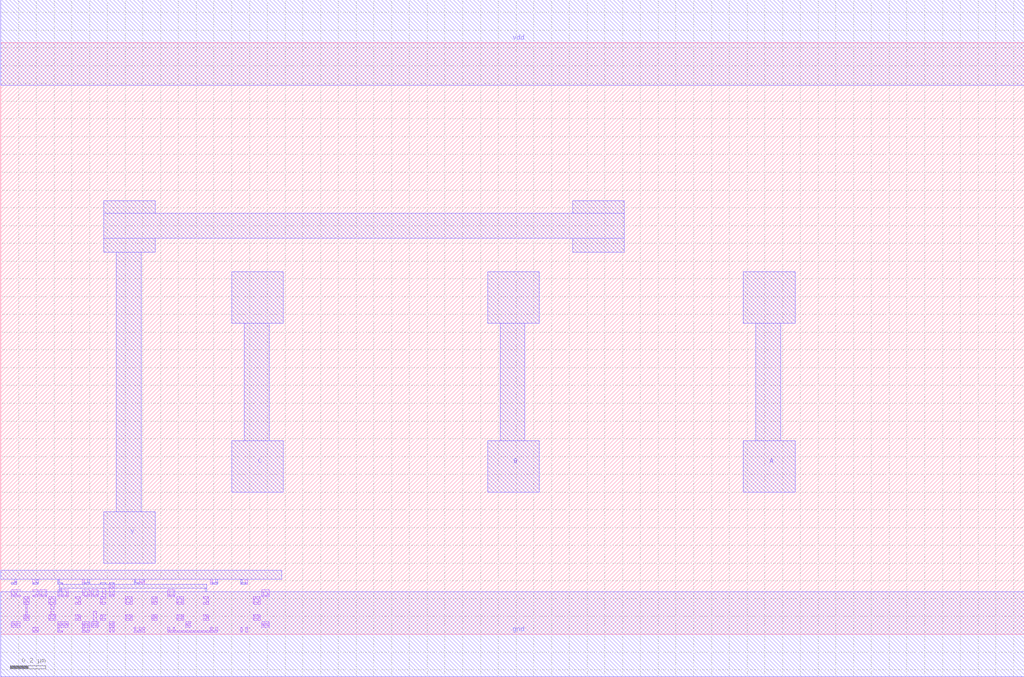
<source format=lef>
VERSION 5.7 ;
  NOWIREEXTENSIONATPIN ON ;
  DIVIDERCHAR "/" ;
  BUSBITCHARS "[]" ;
MACRO NAND3X1
  CLASS CORE ;
  FOREIGN NAND3X1 ;
  ORIGIN 0.000 0.000 ;
  SIZE 5.760 BY 3.330 ;
  SYMMETRY X Y R90 ;
  SITE unit ;
  PIN vdd
    DIRECTION INOUT ;
    USE POWER ;
    SHAPE ABUTMENT ;
    PORT
      LAYER met1 ;
        RECT 0.000 3.090 5.760 3.570 ;
    END
  END vdd
  PIN gnd
    DIRECTION INOUT ;
    USE GROUND ;
    SHAPE ABUTMENT ;
    PORT
      LAYER met1 ;
        RECT 0.000 0.310 1.580 0.360 ;
        RECT 0.080 0.290 0.090 0.310 ;
        RECT 0.200 0.290 0.210 0.310 ;
        RECT 0.060 0.280 0.090 0.290 ;
        RECT 0.180 0.280 0.210 0.290 ;
        RECT 0.320 0.290 0.330 0.310 ;
        RECT 0.490 0.290 0.500 0.310 ;
        RECT 0.750 0.290 0.760 0.310 ;
        RECT 0.800 0.300 0.810 0.310 ;
        RECT 1.210 0.290 1.220 0.310 ;
        RECT 0.320 0.280 0.350 0.290 ;
        RECT 0.470 0.280 0.500 0.290 ;
        RECT 0.560 0.280 0.590 0.290 ;
        RECT 0.610 0.280 0.640 0.290 ;
        RECT 0.750 0.280 0.780 0.290 ;
        RECT 1.190 0.280 1.220 0.290 ;
        RECT 1.350 0.290 1.360 0.310 ;
        RECT 1.350 0.280 1.380 0.290 ;
        RECT 0.330 0.260 1.160 0.280 ;
        RECT 0.330 0.240 0.340 0.260 ;
        RECT 1.150 0.240 1.160 0.260 ;
        RECT 0.000 -0.240 5.760 0.240 ;
    END
  END gnd
  PIN Y
    DIRECTION INOUT ;
    USE SIGNAL ;
    SHAPE ABUTMENT ;
    PORT
      LAYER met1 ;
        RECT 0.580 2.370 0.870 2.440 ;
        RECT 3.220 2.370 3.510 2.440 ;
        RECT 0.580 2.230 3.510 2.370 ;
        RECT 0.580 2.150 0.870 2.230 ;
        RECT 3.220 2.150 3.510 2.230 ;
        RECT 0.650 0.690 0.790 2.150 ;
        RECT 0.580 0.400 0.870 0.690 ;
    END
  END Y
  PIN A
    DIRECTION INOUT ;
    USE SIGNAL ;
    SHAPE ABUTMENT ;
    PORT
      LAYER met1 ;
        RECT 4.180 1.750 4.470 2.040 ;
        RECT 4.250 1.090 4.390 1.750 ;
        RECT 4.180 0.800 4.470 1.090 ;
    END
  END A
  PIN C
    DIRECTION INOUT ;
    USE SIGNAL ;
    SHAPE ABUTMENT ;
    PORT
      LAYER met1 ;
        RECT 1.300 1.750 1.590 2.040 ;
        RECT 1.370 1.090 1.510 1.750 ;
        RECT 1.300 0.800 1.590 1.090 ;
    END
  END C
  PIN B
    DIRECTION INOUT ;
    USE SIGNAL ;
    SHAPE ABUTMENT ;
    PORT
      LAYER met1 ;
        RECT 2.740 1.750 3.030 2.040 ;
        RECT 2.810 1.090 2.950 1.750 ;
        RECT 2.740 0.800 3.030 1.090 ;
    END
  END B
  OBS
      LAYER li1 ;
        RECT 0.080 0.290 0.090 0.310 ;
        RECT 0.060 0.280 0.090 0.290 ;
      LAYER li1 ;
        RECT 0.180 0.290 0.200 0.310 ;
      LAYER li1 ;
        RECT 0.200 0.290 0.210 0.310 ;
        RECT 0.180 0.280 0.210 0.290 ;
        RECT 0.320 0.290 0.330 0.310 ;
        RECT 0.460 0.290 0.470 0.310 ;
        RECT 0.490 0.290 0.500 0.310 ;
        RECT 0.750 0.290 0.760 0.310 ;
        RECT 0.780 0.290 0.790 0.310 ;
        RECT 0.800 0.290 0.810 0.310 ;
        RECT 0.320 0.280 0.350 0.290 ;
        RECT 0.460 0.280 0.500 0.290 ;
        RECT 0.610 0.280 0.640 0.290 ;
        RECT 0.750 0.280 0.810 0.290 ;
        RECT 1.180 0.290 1.190 0.310 ;
        RECT 1.210 0.290 1.220 0.310 ;
        RECT 1.180 0.280 1.220 0.290 ;
        RECT 1.350 0.290 1.360 0.310 ;
        RECT 1.380 0.290 1.390 0.310 ;
        RECT 1.350 0.280 1.390 0.290 ;
        RECT 0.610 0.260 0.620 0.280 ;
        RECT 0.630 0.260 0.640 0.280 ;
        RECT 0.060 0.240 0.110 0.250 ;
        RECT 0.180 0.240 0.210 0.250 ;
      LAYER li1 ;
        RECT 0.060 0.220 0.080 0.240 ;
      LAYER li1 ;
        RECT 0.080 0.220 0.090 0.240 ;
        RECT 0.200 0.220 0.210 0.240 ;
        RECT 0.060 0.210 0.110 0.220 ;
        RECT 0.180 0.210 0.210 0.220 ;
        RECT 0.220 0.240 0.260 0.250 ;
        RECT 0.220 0.220 0.230 0.240 ;
        RECT 0.250 0.220 0.260 0.240 ;
        RECT 0.220 0.210 0.260 0.220 ;
        RECT 0.320 0.240 0.380 0.250 ;
        RECT 0.320 0.220 0.330 0.240 ;
        RECT 0.340 0.220 0.350 0.240 ;
        RECT 0.370 0.220 0.380 0.240 ;
        RECT 0.460 0.240 0.500 0.250 ;
        RECT 0.460 0.220 0.470 0.240 ;
        RECT 0.490 0.220 0.500 0.240 ;
        RECT 0.320 0.210 0.380 0.220 ;
        RECT 0.470 0.210 0.500 0.220 ;
        RECT 0.510 0.240 0.550 0.250 ;
        RECT 0.510 0.220 0.520 0.240 ;
        RECT 0.540 0.220 0.550 0.240 ;
        RECT 0.510 0.210 0.550 0.220 ;
        RECT 0.570 0.210 0.590 0.260 ;
        RECT 0.610 0.240 0.640 0.260 ;
        RECT 0.610 0.220 0.620 0.240 ;
        RECT 0.630 0.220 0.640 0.240 ;
        RECT 0.610 0.210 0.640 0.220 ;
        RECT 0.940 0.240 0.980 0.250 ;
        RECT 0.940 0.220 0.950 0.240 ;
        RECT 0.970 0.220 0.980 0.240 ;
        RECT 0.940 0.210 0.980 0.220 ;
        RECT 1.470 0.240 1.510 0.250 ;
        RECT 1.470 0.220 1.480 0.240 ;
        RECT 1.500 0.220 1.510 0.240 ;
        RECT 1.470 0.210 1.510 0.220 ;
        RECT 0.130 0.200 0.160 0.210 ;
        RECT 0.130 0.180 0.140 0.200 ;
      LAYER li1 ;
        RECT 0.140 0.180 0.150 0.200 ;
      LAYER li1 ;
        RECT 0.150 0.180 0.160 0.200 ;
        RECT 0.130 0.170 0.160 0.180 ;
        RECT 0.270 0.200 0.310 0.210 ;
        RECT 0.420 0.200 0.450 0.210 ;
        RECT 0.270 0.180 0.280 0.200 ;
        RECT 0.300 0.180 0.310 0.200 ;
        RECT 0.440 0.180 0.450 0.200 ;
        RECT 0.270 0.170 0.310 0.180 ;
        RECT 0.420 0.170 0.450 0.180 ;
        RECT 0.560 0.200 0.590 0.210 ;
        RECT 0.700 0.200 0.740 0.210 ;
        RECT 0.560 0.180 0.570 0.200 ;
        RECT 0.700 0.180 0.710 0.200 ;
        RECT 0.730 0.180 0.740 0.200 ;
        RECT 0.560 0.170 0.590 0.180 ;
        RECT 0.700 0.170 0.740 0.180 ;
        RECT 0.850 0.200 0.880 0.210 ;
        RECT 0.850 0.180 0.860 0.200 ;
        RECT 0.870 0.180 0.880 0.200 ;
        RECT 0.850 0.170 0.880 0.180 ;
        RECT 0.990 0.200 1.030 0.210 ;
        RECT 1.140 0.200 1.170 0.210 ;
        RECT 0.990 0.180 1.000 0.200 ;
        RECT 1.020 0.180 1.030 0.200 ;
        RECT 1.160 0.180 1.170 0.200 ;
        RECT 0.990 0.170 1.030 0.180 ;
        RECT 1.140 0.170 1.170 0.180 ;
        RECT 1.420 0.200 1.460 0.210 ;
        RECT 1.420 0.180 1.430 0.200 ;
        RECT 1.450 0.180 1.460 0.200 ;
        RECT 1.420 0.170 1.460 0.180 ;
        RECT 0.140 0.110 0.150 0.170 ;
        RECT 0.280 0.140 0.300 0.170 ;
        RECT 0.280 0.110 0.300 0.130 ;
        RECT 0.130 0.100 0.160 0.110 ;
        RECT 0.130 0.090 0.140 0.100 ;
      LAYER li1 ;
        RECT 0.140 0.090 0.150 0.100 ;
      LAYER li1 ;
        RECT 0.150 0.090 0.160 0.100 ;
        RECT 0.130 0.080 0.160 0.090 ;
        RECT 0.270 0.100 0.310 0.110 ;
        RECT 0.420 0.100 0.450 0.110 ;
        RECT 0.270 0.090 0.280 0.100 ;
        RECT 0.300 0.090 0.310 0.100 ;
        RECT 0.440 0.090 0.450 0.100 ;
        RECT 0.270 0.080 0.310 0.090 ;
        RECT 0.420 0.080 0.450 0.090 ;
        RECT 0.520 0.070 0.540 0.130 ;
        RECT 0.560 0.100 0.590 0.110 ;
        RECT 0.700 0.100 0.740 0.110 ;
        RECT 0.560 0.090 0.570 0.100 ;
        RECT 0.700 0.090 0.710 0.100 ;
        RECT 0.730 0.090 0.740 0.100 ;
        RECT 0.560 0.080 0.590 0.090 ;
        RECT 0.700 0.080 0.740 0.090 ;
        RECT 0.850 0.100 0.880 0.110 ;
        RECT 0.850 0.090 0.860 0.100 ;
        RECT 0.870 0.090 0.880 0.100 ;
        RECT 0.850 0.080 0.880 0.090 ;
        RECT 0.990 0.100 1.030 0.110 ;
        RECT 1.140 0.100 1.170 0.110 ;
        RECT 0.990 0.090 1.000 0.100 ;
        RECT 1.020 0.090 1.030 0.100 ;
        RECT 1.160 0.090 1.170 0.100 ;
        RECT 0.990 0.080 1.030 0.090 ;
        RECT 1.140 0.080 1.170 0.090 ;
        RECT 1.420 0.100 1.460 0.110 ;
        RECT 1.420 0.090 1.430 0.100 ;
        RECT 1.450 0.090 1.460 0.100 ;
        RECT 1.420 0.080 1.460 0.090 ;
        RECT 0.060 0.060 0.110 0.070 ;
        RECT 0.320 0.060 0.380 0.070 ;
      LAYER li1 ;
        RECT 0.060 0.050 0.080 0.060 ;
      LAYER li1 ;
        RECT 0.080 0.050 0.090 0.060 ;
        RECT 0.320 0.050 0.330 0.060 ;
        RECT 0.340 0.050 0.350 0.060 ;
        RECT 0.370 0.050 0.380 0.060 ;
        RECT 0.060 0.040 0.110 0.050 ;
        RECT 0.320 0.040 0.380 0.050 ;
        RECT 0.460 0.060 0.500 0.070 ;
        RECT 0.460 0.050 0.470 0.060 ;
        RECT 0.490 0.050 0.500 0.060 ;
        RECT 0.460 0.040 0.500 0.050 ;
        RECT 0.510 0.060 0.550 0.070 ;
        RECT 0.510 0.050 0.520 0.060 ;
        RECT 0.540 0.050 0.550 0.060 ;
        RECT 0.510 0.040 0.550 0.050 ;
        RECT 0.610 0.060 0.640 0.070 ;
        RECT 0.610 0.050 0.620 0.060 ;
        RECT 0.630 0.050 0.640 0.060 ;
        RECT 0.610 0.040 0.640 0.050 ;
        RECT 1.040 0.060 1.070 0.070 ;
        RECT 1.470 0.060 1.510 0.070 ;
        RECT 1.040 0.050 1.050 0.060 ;
        RECT 1.470 0.050 1.480 0.060 ;
        RECT 1.500 0.050 1.510 0.060 ;
        RECT 1.040 0.040 1.070 0.050 ;
        RECT 1.470 0.040 1.510 0.050 ;
      LAYER li1 ;
        RECT 0.180 0.020 0.200 0.040 ;
      LAYER li1 ;
        RECT 0.200 0.020 0.210 0.040 ;
        RECT 0.180 0.010 0.210 0.020 ;
        RECT 0.320 0.020 0.330 0.040 ;
        RECT 0.460 0.020 0.470 0.040 ;
        RECT 0.490 0.020 0.500 0.040 ;
        RECT 0.320 0.010 0.350 0.020 ;
        RECT 0.460 0.010 0.500 0.020 ;
        RECT 0.610 0.010 0.620 0.040 ;
        RECT 0.630 0.010 0.640 0.040 ;
        RECT 0.750 0.020 0.760 0.040 ;
        RECT 0.780 0.020 0.790 0.040 ;
        RECT 0.750 0.010 0.790 0.020 ;
        RECT 0.800 0.010 0.810 0.040 ;
        RECT 0.940 0.020 0.950 0.040 ;
        RECT 0.970 0.020 0.980 0.040 ;
        RECT 1.180 0.020 1.190 0.040 ;
        RECT 1.210 0.020 1.220 0.040 ;
        RECT 0.940 0.010 1.220 0.020 ;
        RECT 1.350 0.010 1.360 0.040 ;
        RECT 1.380 0.010 1.390 0.040 ;
  END
END NAND3X1
END LIBRARY


</source>
